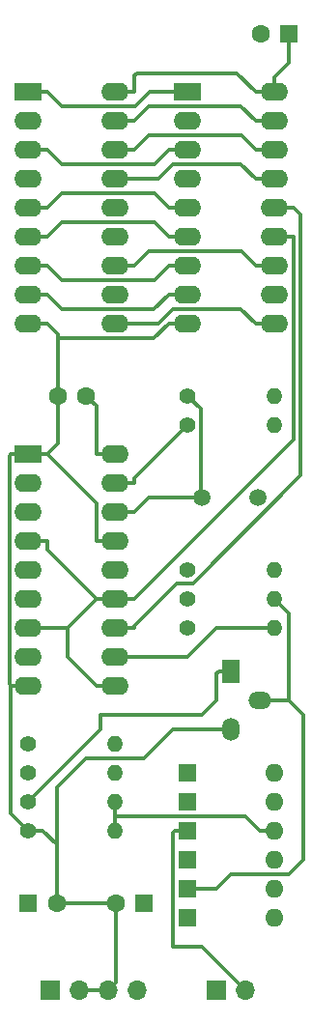
<source format=gbr>
G04 #@! TF.GenerationSoftware,KiCad,Pcbnew,(5.1.5)-3*
G04 #@! TF.CreationDate,2020-03-10T17:09:28+00:00*
G04 #@! TF.ProjectId,PC-SPRINT,50432d53-5052-4494-9e54-2e6b69636164,rev?*
G04 #@! TF.SameCoordinates,Original*
G04 #@! TF.FileFunction,Copper,L2,Bot*
G04 #@! TF.FilePolarity,Positive*
%FSLAX46Y46*%
G04 Gerber Fmt 4.6, Leading zero omitted, Abs format (unit mm)*
G04 Created by KiCad (PCBNEW (5.1.5)-3) date 2020-03-10 17:09:28*
%MOMM*%
%LPD*%
G04 APERTURE LIST*
%ADD10C,1.500000*%
%ADD11O,1.400000X1.400000*%
%ADD12C,1.400000*%
%ADD13O,2.400000X1.600000*%
%ADD14R,2.400000X1.600000*%
%ADD15C,1.600000*%
%ADD16O,1.700000X1.700000*%
%ADD17R,1.700000X1.700000*%
%ADD18R,1.600000X1.600000*%
%ADD19O,1.600000X1.600000*%
%ADD20O,1.500000X2.000000*%
%ADD21R,1.500000X2.000000*%
%ADD22O,2.000000X1.500000*%
%ADD23C,0.304800*%
G04 APERTURE END LIST*
D10*
X154760000Y-97790000D03*
X149860000Y-97790000D03*
D11*
X156210000Y-88900000D03*
D12*
X148590000Y-88900000D03*
D11*
X156210000Y-91440000D03*
D12*
X148590000Y-91440000D03*
D11*
X156210000Y-104140000D03*
D12*
X148590000Y-104140000D03*
D11*
X142240000Y-119380000D03*
D12*
X134620000Y-119380000D03*
D11*
X142240000Y-121920000D03*
D12*
X134620000Y-121920000D03*
D13*
X142240000Y-62230000D03*
X134620000Y-82550000D03*
X142240000Y-64770000D03*
X134620000Y-80010000D03*
X142240000Y-67310000D03*
X134620000Y-77470000D03*
X142240000Y-69850000D03*
X134620000Y-74930000D03*
X142240000Y-72390000D03*
X134620000Y-72390000D03*
X142240000Y-74930000D03*
X134620000Y-69850000D03*
X142240000Y-77470000D03*
X134620000Y-67310000D03*
X142240000Y-80010000D03*
X134620000Y-64770000D03*
X142240000Y-82550000D03*
D14*
X134620000Y-62230000D03*
D13*
X156210000Y-62230000D03*
X148590000Y-82550000D03*
X156210000Y-64770000D03*
X148590000Y-80010000D03*
X156210000Y-67310000D03*
X148590000Y-77470000D03*
X156210000Y-69850000D03*
X148590000Y-74930000D03*
X156210000Y-72390000D03*
X148590000Y-72390000D03*
X156210000Y-74930000D03*
X148590000Y-69850000D03*
X156210000Y-77470000D03*
X148590000Y-67310000D03*
X156210000Y-80010000D03*
X148590000Y-64770000D03*
X156210000Y-82550000D03*
D14*
X148590000Y-62230000D03*
D13*
X142240000Y-93980000D03*
X134620000Y-114300000D03*
X142240000Y-96520000D03*
X134620000Y-111760000D03*
X142240000Y-99060000D03*
X134620000Y-109220000D03*
X142240000Y-101600000D03*
X134620000Y-106680000D03*
X142240000Y-104140000D03*
X134620000Y-104140000D03*
X142240000Y-106680000D03*
X134620000Y-101600000D03*
X142240000Y-109220000D03*
X134620000Y-99060000D03*
X142240000Y-111760000D03*
X134620000Y-96520000D03*
X142240000Y-114300000D03*
D14*
X134620000Y-93980000D03*
D15*
X137200000Y-88900000D03*
X139700000Y-88900000D03*
D11*
X156210000Y-109220000D03*
D12*
X148590000Y-109220000D03*
D11*
X156210000Y-106680000D03*
D12*
X148590000Y-106680000D03*
D11*
X142240000Y-124460000D03*
D12*
X134620000Y-124460000D03*
D11*
X142240000Y-127000000D03*
D12*
X134620000Y-127000000D03*
D16*
X144145000Y-140970000D03*
X141605000Y-140970000D03*
X139065000Y-140970000D03*
D17*
X136525000Y-140970000D03*
D15*
X137120000Y-133350000D03*
D18*
X134620000Y-133350000D03*
D15*
X154980000Y-57150000D03*
D18*
X157480000Y-57150000D03*
D15*
X142280000Y-133350000D03*
D18*
X144780000Y-133350000D03*
D19*
X156210000Y-121920000D03*
D18*
X148590000Y-121920000D03*
D19*
X156210000Y-124460000D03*
D18*
X148590000Y-124460000D03*
D20*
X152400000Y-118110000D03*
D21*
X152400000Y-113030000D03*
D22*
X154940000Y-115570000D03*
D16*
X153670000Y-140970000D03*
D17*
X151130000Y-140970000D03*
D19*
X156210000Y-132080000D03*
D18*
X148590000Y-132080000D03*
D19*
X156210000Y-129540000D03*
D18*
X148590000Y-129540000D03*
D19*
X156210000Y-134620000D03*
D18*
X148590000Y-134620000D03*
D19*
X156210000Y-127000000D03*
D18*
X148590000Y-127000000D03*
D23*
X140582500Y-89782500D02*
X140582500Y-93980000D01*
X139700000Y-88900000D02*
X140582500Y-89782500D01*
X142240000Y-93980000D02*
X140582500Y-93980000D01*
X142240000Y-62230000D02*
X143897500Y-62230000D01*
X156210000Y-62230000D02*
X154552500Y-62230000D01*
X143897500Y-60855000D02*
X144145000Y-60607500D01*
X143897500Y-62230000D02*
X143897500Y-60855000D01*
X152930000Y-60607500D02*
X154552500Y-62230000D01*
X144145000Y-60607500D02*
X152930000Y-60607500D01*
X156210000Y-62230000D02*
X156210000Y-60960000D01*
X157480000Y-59690000D02*
X157480000Y-57150000D01*
X156210000Y-60960000D02*
X157480000Y-59690000D01*
X140582500Y-98285000D02*
X136277500Y-93980000D01*
X140582500Y-101600000D02*
X140582500Y-98285000D01*
X142240000Y-101600000D02*
X140582500Y-101600000D01*
X134620000Y-93980000D02*
X136277500Y-93980000D01*
X137200000Y-93057500D02*
X137200000Y-88900000D01*
X136277500Y-93980000D02*
X137200000Y-93057500D01*
X134620000Y-82550000D02*
X136277500Y-82550000D01*
X148590000Y-82550000D02*
X146932500Y-82550000D01*
X145620800Y-83861700D02*
X137200000Y-83861700D01*
X146932500Y-82550000D02*
X145620800Y-83861700D01*
X137200000Y-88900000D02*
X137200000Y-83861700D01*
X137200000Y-83472500D02*
X136277500Y-82550000D01*
X137200000Y-83861700D02*
X137200000Y-83472500D01*
X132962790Y-114147590D02*
X133115200Y-114300000D01*
X132962790Y-94132410D02*
X132962790Y-114147590D01*
X133115200Y-93980000D02*
X132962790Y-94132410D01*
X133115200Y-114300000D02*
X134620000Y-114300000D01*
X134620000Y-93980000D02*
X133115200Y-93980000D01*
X133115200Y-125495200D02*
X134620000Y-127000000D01*
X133115200Y-114300000D02*
X133115200Y-124225200D01*
X134620000Y-127000000D02*
X135890000Y-127000000D01*
X135890000Y-127000000D02*
X137120000Y-128230000D01*
X137120000Y-133350000D02*
X142280000Y-133350000D01*
X133115200Y-124225200D02*
X133115200Y-125495200D01*
X137160000Y-123190000D02*
X137160000Y-128270000D01*
X139700000Y-120650000D02*
X137160000Y-123190000D01*
X137160000Y-128270000D02*
X137120000Y-133350000D01*
X152400000Y-118110000D02*
X147320000Y-118110000D01*
X137120000Y-128230000D02*
X137160000Y-128270000D01*
X144780000Y-120650000D02*
X139700000Y-120650000D01*
X147320000Y-118110000D02*
X144780000Y-120650000D01*
X142280000Y-140295000D02*
X141605000Y-140970000D01*
X142280000Y-133350000D02*
X142280000Y-140295000D01*
X141605000Y-140970000D02*
X139065000Y-140970000D01*
X142240000Y-99060000D02*
X143897500Y-99060000D01*
X145167500Y-97790000D02*
X149747600Y-97790000D01*
X143897500Y-99060000D02*
X145167500Y-97790000D01*
X149747600Y-97790000D02*
X149860000Y-97790000D01*
X149747600Y-90057600D02*
X148590000Y-88900000D01*
X149747600Y-97790000D02*
X149747600Y-90057600D01*
X143897500Y-96132500D02*
X143897500Y-96520000D01*
X148590000Y-91440000D02*
X143897500Y-96132500D01*
X142240000Y-96520000D02*
X143897500Y-96520000D01*
X137535000Y-63487500D02*
X136277500Y-62230000D01*
X144044300Y-63487500D02*
X137535000Y-63487500D01*
X145301800Y-62230000D02*
X144044300Y-63487500D01*
X148590000Y-62230000D02*
X145301800Y-62230000D01*
X134620000Y-62230000D02*
X136277500Y-62230000D01*
X146069800Y-82550000D02*
X142240000Y-82550000D01*
X147352200Y-81267600D02*
X146069800Y-82550000D01*
X153270100Y-81267600D02*
X147352200Y-81267600D01*
X154552500Y-82550000D02*
X153270100Y-81267600D01*
X156210000Y-82550000D02*
X154552500Y-82550000D01*
X134620000Y-67310000D02*
X136277500Y-67310000D01*
X145662600Y-68579900D02*
X146932500Y-67310000D01*
X137547400Y-68579900D02*
X145662600Y-68579900D01*
X136277500Y-67310000D02*
X137547400Y-68579900D01*
X148590000Y-67310000D02*
X146932500Y-67310000D01*
X153282600Y-76200100D02*
X154552500Y-77470000D01*
X145167400Y-76200100D02*
X153282600Y-76200100D01*
X143897500Y-77470000D02*
X145167400Y-76200100D01*
X142240000Y-77470000D02*
X143897500Y-77470000D01*
X156210000Y-77470000D02*
X154552500Y-77470000D01*
X137547500Y-71120000D02*
X136277500Y-72390000D01*
X145662500Y-71120000D02*
X137547500Y-71120000D01*
X146932500Y-72390000D02*
X145662500Y-71120000D01*
X148590000Y-72390000D02*
X146932500Y-72390000D01*
X134620000Y-72390000D02*
X136277500Y-72390000D01*
X137547400Y-73660100D02*
X136277500Y-74930000D01*
X145662600Y-73660100D02*
X137547400Y-73660100D01*
X146932500Y-74930000D02*
X145662600Y-73660100D01*
X148590000Y-74930000D02*
X146932500Y-74930000D01*
X134620000Y-74930000D02*
X136277500Y-74930000D01*
X146069800Y-69850000D02*
X142240000Y-69850000D01*
X147352200Y-68567600D02*
X146069800Y-69850000D01*
X153270100Y-68567600D02*
X147352200Y-68567600D01*
X154552500Y-69850000D02*
X153270100Y-68567600D01*
X156210000Y-69850000D02*
X154552500Y-69850000D01*
X137535100Y-78727600D02*
X136277500Y-77470000D01*
X145674900Y-78727600D02*
X137535100Y-78727600D01*
X146932500Y-77470000D02*
X145674900Y-78727600D01*
X148590000Y-77470000D02*
X146932500Y-77470000D01*
X134620000Y-77470000D02*
X136277500Y-77470000D01*
X145167500Y-66040000D02*
X143897500Y-67310000D01*
X153282500Y-66040000D02*
X145167500Y-66040000D01*
X154552500Y-67310000D02*
X153282500Y-66040000D01*
X156210000Y-67310000D02*
X154552500Y-67310000D01*
X142240000Y-67310000D02*
X143897500Y-67310000D01*
X137559800Y-81292300D02*
X136277500Y-80010000D01*
X145650200Y-81292300D02*
X137559800Y-81292300D01*
X146932500Y-80010000D02*
X145650200Y-81292300D01*
X148590000Y-80010000D02*
X146932500Y-80010000D01*
X134620000Y-80010000D02*
X136277500Y-80010000D01*
X145179800Y-63487700D02*
X143897500Y-64770000D01*
X153270200Y-63487700D02*
X145179800Y-63487700D01*
X154552500Y-64770000D02*
X153270200Y-63487700D01*
X156210000Y-64770000D02*
X154552500Y-64770000D01*
X142240000Y-64770000D02*
X143897500Y-64770000D01*
X142240000Y-114300000D02*
X140582500Y-114300000D01*
X142240000Y-106680000D02*
X143897500Y-106680000D01*
X156210000Y-74930000D02*
X157867500Y-74930000D01*
X157867500Y-92710000D02*
X143897500Y-106680000D01*
X157867500Y-74930000D02*
X157867500Y-92710000D01*
X134620000Y-109220000D02*
X136125000Y-109220000D01*
X142240000Y-106680000D02*
X140582500Y-106680000D01*
X138042500Y-111760000D02*
X140582500Y-114300000D01*
X138042500Y-109220000D02*
X138042500Y-111760000D01*
X136125000Y-109220000D02*
X138042500Y-109220000D01*
X138042500Y-109220000D02*
X140582500Y-106680000D01*
X134620000Y-101600000D02*
X136277500Y-101600000D01*
X136277500Y-102375000D02*
X136277500Y-101600000D01*
X140582500Y-106680000D02*
X136277500Y-102375000D01*
X158524600Y-73047100D02*
X157867500Y-72390000D01*
X158524600Y-95885200D02*
X158524600Y-73047100D01*
X149087400Y-105322400D02*
X158524600Y-95885200D01*
X147691500Y-105322400D02*
X149087400Y-105322400D01*
X143897500Y-109116400D02*
X147691500Y-105322400D01*
X143897500Y-109220000D02*
X143897500Y-109116400D01*
X142240000Y-109220000D02*
X143897500Y-109220000D01*
X156210000Y-72390000D02*
X157867500Y-72390000D01*
X142240000Y-125730000D02*
X153670000Y-125730000D01*
X153670000Y-125730000D02*
X154940000Y-127000000D01*
X154940000Y-127000000D02*
X156210000Y-127000000D01*
X142240000Y-127000000D02*
X142240000Y-124460000D01*
X149860000Y-137160000D02*
X153670000Y-140970000D01*
X147320000Y-137160000D02*
X149860000Y-137160000D01*
X147320000Y-127165200D02*
X147320000Y-137160000D01*
X148590000Y-127000000D02*
X147485200Y-127000000D01*
X147485200Y-127000000D02*
X147320000Y-127165200D01*
X142240000Y-111760000D02*
X148590000Y-111760000D01*
X148590000Y-111760000D02*
X151130000Y-109220000D01*
X151130000Y-109220000D02*
X156210000Y-109220000D01*
X151130000Y-132080000D02*
X148590000Y-132080000D01*
X156210000Y-106680000D02*
X157480000Y-107950000D01*
X152387201Y-130822799D02*
X151130000Y-132080000D01*
X152387201Y-130822799D02*
X157467201Y-130822799D01*
X157480000Y-115570000D02*
X158750000Y-116840000D01*
X158750000Y-116840000D02*
X158750000Y-129540000D01*
X158750000Y-129540000D02*
X157467201Y-130822799D01*
X157480000Y-115570000D02*
X154940000Y-115570000D01*
X157480000Y-107950000D02*
X157480000Y-115570000D01*
X140970000Y-116840000D02*
X149860000Y-116840000D01*
X149860000Y-116840000D02*
X151130000Y-115570000D01*
X134620000Y-124460000D02*
X140970000Y-118110000D01*
X140970000Y-118110000D02*
X140970000Y-116840000D01*
X151130000Y-113245200D02*
X151345200Y-113030000D01*
X151345200Y-113030000D02*
X152400000Y-113030000D01*
X151130000Y-115570000D02*
X151130000Y-113245200D01*
M02*

</source>
